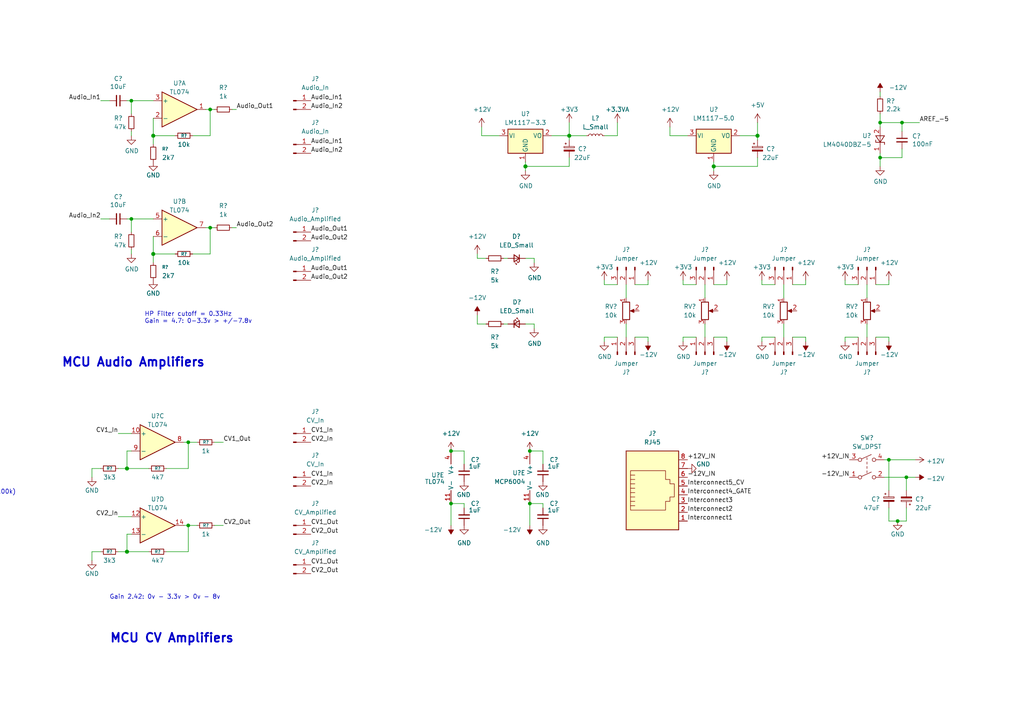
<source format=kicad_sch>
(kicad_sch (version 20211123) (generator eeschema)
  (paper "A4")
  (junction (at -60.96 170.18))
  (junction (at 153.67 130.81))
  (junction (at 130.81 130.81))
  (junction (at 152.4 48.26) (diameter 1.016))
  (junction (at 165.1 39.37) (diameter 1.016))
  (junction (at -60.96 118.11))
  (junction (at 255.27 45.72))
  (junction (at 54.61 152.4) (diameter 0.9144))
  (junction (at -43.18 130.81))
  (junction (at -43.18 87.63))
  (junction (at -43.18 76.2))
  (junction (at -60.96 34.29))
  (junction (at -44.45 34.29))
  (junction (at 44.45 73.66) (diameter 1.016))
  (junction (at 262.89 138.43))
  (junction (at 54.61 128.27) (diameter 0.9144))
  (junction (at -60.96 128.27))
  (junction (at 219.71 39.37) (diameter 1.016))
  (junction (at -43.18 118.11))
  (junction (at 257.81 133.35))
  (junction (at 255.27 35.56))
  (junction (at -60.96 160.02))
  (junction (at 60.96 66.04))
  (junction (at 38.1 63.5))
  (junction (at 38.1 29.21))
  (junction (at 260.35 151.13))
  (junction (at -43.18 160.02))
  (junction (at -43.18 172.72))
  (junction (at 36.83 160.02) (diameter 1.016))
  (junction (at 261.62 35.56))
  (junction (at 153.67 146.05))
  (junction (at -44.45 45.72))
  (junction (at 207.01 48.26) (diameter 1.016))
  (junction (at 130.81 146.05))
  (junction (at -59.69 85.09))
  (junction (at -59.69 76.2))
  (junction (at 60.96 31.75))
  (junction (at 36.83 135.89) (diameter 1.016))
  (junction (at -60.96 43.18))
  (junction (at 44.45 39.37) (diameter 1.016))
  (wire (pts (xy 255.27 26.67) (xy 255.27 27.94)))
  (wire (pts (xy -59.69 76.2) (xy -59.69 85.09)))
  (wire (pts (xy 219.71 39.37) (xy 219.71 35.56)))
  (wire (pts (xy 207.01 48.26) (xy 219.71 48.26)))
  (wire (pts (xy -60.96 48.26) (xy -63.5 48.26)))
  (wire (pts (xy 201.93 97.79) (xy 198.12 97.79)))
  (wire (pts (xy 134.62 146.05) (xy 134.62 147.32)))
  (wire (pts (xy -55.88 26.67) (xy -60.96 26.67)))
  (wire (pts (xy 245.11 82.55) (xy 248.92 82.55)))
  (wire (pts (xy 48.26 160.02) (xy 54.61 160.02)))
  (wire (pts (xy -59.69 90.17) (xy -62.23 90.17)))
  (wire (pts (xy 229.87 82.55) (xy 233.68 82.55)))
  (wire (pts (xy -60.96 170.18) (xy -59.69 170.18)))
  (wire (pts (xy -57.15 34.29) (xy -60.96 34.29)))
  (wire (pts (xy -39.37 87.63) (xy -43.18 87.63)))
  (wire (pts (xy 248.92 97.79) (xy 245.11 97.79)))
  (wire (pts (xy -63.5 34.29) (xy -60.96 34.29)))
  (wire (pts (xy 184.15 82.55) (xy 187.96 82.55)))
  (wire (pts (xy 254 82.55) (xy 257.81 82.55)))
  (wire (pts (xy 38.1 29.21) (xy 44.45 29.21)))
  (wire (pts (xy 257.81 133.35) (xy 256.54 133.35)))
  (wire (pts (xy -43.18 110.49) (xy -43.18 118.11)))
  (wire (pts (xy 62.23 128.27) (xy 64.77 128.27)))
  (wire (pts (xy 44.45 41.91) (xy 44.45 39.37)))
  (wire (pts (xy 152.4 93.98) (xy 154.94 93.98)))
  (wire (pts (xy -60.96 118.11) (xy -60.96 128.27)))
  (wire (pts (xy 257.81 99.06) (xy 257.81 97.79)))
  (wire (pts (xy 175.26 39.37) (xy 179.07 39.37)))
  (wire (pts (xy 187.96 97.79) (xy 184.15 97.79)))
  (wire (pts (xy -62.23 118.11) (xy -60.96 118.11)))
  (wire (pts (xy -59.69 68.58) (xy -59.69 76.2)))
  (wire (pts (xy -44.45 87.63) (xy -43.18 87.63)))
  (wire (pts (xy -49.53 68.58) (xy -43.18 68.58)))
  (wire (pts (xy 44.45 39.37) (xy 50.8 39.37)))
  (wire (pts (xy 36.83 130.81) (xy 38.1 130.81)))
  (wire (pts (xy 26.67 135.89) (xy 29.21 135.89)))
  (wire (pts (xy 54.61 152.4) (xy 57.15 152.4)))
  (wire (pts (xy 255.27 35.56) (xy 255.27 36.83)))
  (wire (pts (xy 160.02 39.37) (xy 165.1 39.37)))
  (wire (pts (xy 265.43 133.35) (xy 257.81 133.35)))
  (wire (pts (xy 219.71 39.37) (xy 219.71 40.64)))
  (wire (pts (xy 165.1 48.26) (xy 165.1 45.72)))
  (wire (pts (xy 165.1 39.37) (xy 165.1 35.56)))
  (wire (pts (xy 154.94 93.98) (xy 154.94 95.25)))
  (wire (pts (xy 251.46 97.79) (xy 251.46 93.98)))
  (wire (pts (xy 262.89 138.43) (xy 265.43 138.43)))
  (wire (pts (xy -55.88 160.02) (xy -60.96 160.02)))
  (wire (pts (xy -59.69 175.26) (xy -62.23 175.26)))
  (wire (pts (xy 139.7 36.83) (xy 139.7 39.37)))
  (wire (pts (xy 220.98 97.79) (xy 220.98 99.06)))
  (wire (pts (xy 257.81 97.79) (xy 254 97.79)))
  (wire (pts (xy -44.45 172.72) (xy -43.18 172.72)))
  (wire (pts (xy 257.81 147.32) (xy 257.81 151.13)))
  (wire (pts (xy 139.7 39.37) (xy 144.78 39.37)))
  (wire (pts (xy -43.18 118.11) (xy -43.18 130.81)))
  (wire (pts (xy 38.1 63.5) (xy 38.1 67.31)))
  (wire (pts (xy -63.5 43.18) (xy -60.96 43.18)))
  (wire (pts (xy 48.26 135.89) (xy 54.61 135.89)))
  (wire (pts (xy 210.82 82.55) (xy 210.82 81.28)))
  (wire (pts (xy 207.01 46.99) (xy 207.01 48.26)))
  (wire (pts (xy 181.61 97.79) (xy 181.61 93.98)))
  (wire (pts (xy 54.61 128.27) (xy 57.15 128.27)))
  (wire (pts (xy 53.34 152.4) (xy 54.61 152.4)))
  (wire (pts (xy -60.96 152.4) (xy -60.96 160.02)))
  (wire (pts (xy 261.62 43.18) (xy 261.62 45.72)))
  (wire (pts (xy 59.69 66.04) (xy 60.96 66.04)))
  (wire (pts (xy 157.48 130.81) (xy 157.48 134.62)))
  (wire (pts (xy -48.26 118.11) (xy -43.18 118.11)))
  (wire (pts (xy 261.62 35.56) (xy 261.62 38.1)))
  (wire (pts (xy 26.67 160.02) (xy 26.67 162.56)))
  (wire (pts (xy -62.23 175.26) (xy -62.23 177.8)))
  (wire (pts (xy -62.23 85.09) (xy -59.69 85.09)))
  (wire (pts (xy -60.96 160.02) (xy -60.96 170.18)))
  (wire (pts (xy 198.12 81.28) (xy 198.12 82.55)))
  (wire (pts (xy -55.88 118.11) (xy -60.96 118.11)))
  (wire (pts (xy 219.71 48.26) (xy 219.71 45.72)))
  (wire (pts (xy -62.23 133.35) (xy -62.23 135.89)))
  (wire (pts (xy 194.31 36.83) (xy 194.31 39.37)))
  (wire (pts (xy 207.01 48.26) (xy 207.01 49.53)))
  (wire (pts (xy -54.61 68.58) (xy -59.69 68.58)))
  (wire (pts (xy 179.07 39.37) (xy 179.07 35.56)))
  (wire (pts (xy 154.94 74.93) (xy 154.94 76.2)))
  (wire (pts (xy 44.45 68.58) (xy 44.45 73.66)))
  (wire (pts (xy 138.43 93.98) (xy 140.97 93.98)))
  (wire (pts (xy 67.31 66.04) (xy 68.58 66.04)))
  (wire (pts (xy 187.96 99.06) (xy 187.96 97.79)))
  (wire (pts (xy -50.8 26.67) (xy -44.45 26.67)))
  (wire (pts (xy 29.21 63.5) (xy 31.75 63.5)))
  (wire (pts (xy -48.26 160.02) (xy -43.18 160.02)))
  (wire (pts (xy 262.89 138.43) (xy 256.54 138.43)))
  (wire (pts (xy -72.39 128.27) (xy -69.85 128.27)))
  (wire (pts (xy 36.83 160.02) (xy 36.83 154.94)))
  (wire (pts (xy 36.83 135.89) (xy 36.83 130.81)))
  (wire (pts (xy -45.72 45.72) (xy -44.45 45.72)))
  (wire (pts (xy -63.5 48.26) (xy -63.5 50.8)))
  (wire (pts (xy 152.4 74.93) (xy 154.94 74.93)))
  (wire (pts (xy 255.27 44.45) (xy 255.27 45.72)))
  (wire (pts (xy -44.45 34.29) (xy -44.45 45.72)))
  (wire (pts (xy 53.34 128.27) (xy 54.61 128.27)))
  (wire (pts (xy 36.83 63.5) (xy 38.1 63.5)))
  (wire (pts (xy 157.48 146.05) (xy 153.67 146.05)))
  (wire (pts (xy -49.53 152.4) (xy -43.18 152.4)))
  (wire (pts (xy 60.96 66.04) (xy 62.23 66.04)))
  (wire (pts (xy 38.1 38.1) (xy 38.1 39.37)))
  (wire (pts (xy -71.12 76.2) (xy -69.85 76.2)))
  (wire (pts (xy -60.96 26.67) (xy -60.96 34.29)))
  (wire (pts (xy 255.27 45.72) (xy 261.62 45.72)))
  (wire (pts (xy 204.47 97.79) (xy 204.47 93.98)))
  (wire (pts (xy 152.4 48.26) (xy 152.4 49.53)))
  (wire (pts (xy 187.96 82.55) (xy 187.96 81.28)))
  (wire (pts (xy 233.68 97.79) (xy 229.87 97.79)))
  (wire (pts (xy -44.45 130.81) (xy -43.18 130.81)))
  (wire (pts (xy 260.35 151.13) (xy 257.81 151.13)))
  (wire (pts (xy -39.37 130.81) (xy -43.18 130.81)))
  (wire (pts (xy -43.18 152.4) (xy -43.18 160.02)))
  (wire (pts (xy -72.39 43.18) (xy -71.12 43.18)))
  (wire (pts (xy -48.26 76.2) (xy -43.18 76.2)))
  (wire (pts (xy -43.18 68.58) (xy -43.18 76.2)))
  (wire (pts (xy 60.96 39.37) (xy 60.96 31.75)))
  (wire (pts (xy 227.33 97.79) (xy 227.33 93.98)))
  (wire (pts (xy -54.61 152.4) (xy -60.96 152.4)))
  (wire (pts (xy 59.69 31.75) (xy 60.96 31.75)))
  (wire (pts (xy 38.1 29.21) (xy 38.1 33.02)))
  (wire (pts (xy 198.12 82.55) (xy 201.93 82.55)))
  (wire (pts (xy -71.12 85.09) (xy -69.85 85.09)))
  (wire (pts (xy -62.23 90.17) (xy -62.23 92.71)))
  (wire (pts (xy 255.27 45.72) (xy 255.27 48.26)))
  (wire (pts (xy 54.61 135.89) (xy 54.61 128.27)))
  (wire (pts (xy -59.69 133.35) (xy -62.23 133.35)))
  (wire (pts (xy 220.98 81.28) (xy 220.98 82.55)))
  (wire (pts (xy 34.29 125.73) (xy 38.1 125.73)))
  (wire (pts (xy 130.81 146.05) (xy 130.81 152.4)))
  (wire (pts (xy -72.39 170.18) (xy -69.85 170.18)))
  (wire (pts (xy 60.96 73.66) (xy 60.96 66.04)))
  (wire (pts (xy 255.27 33.02) (xy 255.27 35.56)))
  (wire (pts (xy 198.12 97.79) (xy 198.12 99.06)))
  (wire (pts (xy -62.23 160.02) (xy -60.96 160.02)))
  (wire (pts (xy 26.67 135.89) (xy 26.67 138.43)))
  (wire (pts (xy 245.11 81.28) (xy 245.11 82.55)))
  (wire (pts (xy 233.68 82.55) (xy 233.68 81.28)))
  (wire (pts (xy -40.64 45.72) (xy -44.45 45.72)))
  (wire (pts (xy 134.62 130.81) (xy 134.62 134.62)))
  (wire (pts (xy 224.79 97.79) (xy 220.98 97.79)))
  (wire (pts (xy 210.82 99.06) (xy 210.82 97.79)))
  (wire (pts (xy 257.81 82.55) (xy 257.81 81.28)))
  (wire (pts (xy 220.98 82.55) (xy 224.79 82.55)))
  (wire (pts (xy -60.96 110.49) (xy -60.96 118.11)))
  (wire (pts (xy 55.88 73.66) (xy 60.96 73.66)))
  (wire (pts (xy 44.45 73.66) (xy 50.8 73.66)))
  (wire (pts (xy 227.33 82.55) (xy 227.33 86.36)))
  (wire (pts (xy -43.18 76.2) (xy -43.18 87.63)))
  (wire (pts (xy -44.45 26.67) (xy -44.45 34.29)))
  (wire (pts (xy -62.23 128.27) (xy -60.96 128.27)))
  (wire (pts (xy 210.82 97.79) (xy 207.01 97.79)))
  (wire (pts (xy 60.96 31.75) (xy 62.23 31.75)))
  (wire (pts (xy 262.89 147.32) (xy 262.89 151.13)))
  (wire (pts (xy 36.83 29.21) (xy 38.1 29.21)))
  (wire (pts (xy 29.21 29.21) (xy 31.75 29.21)))
  (wire (pts (xy 261.62 35.56) (xy 255.27 35.56)))
  (wire (pts (xy 152.4 46.99) (xy 152.4 48.26)))
  (wire (pts (xy 38.1 63.5) (xy 44.45 63.5)))
  (wire (pts (xy 38.1 72.39) (xy 38.1 73.66)))
  (wire (pts (xy 36.83 160.02) (xy 43.18 160.02)))
  (wire (pts (xy 194.31 39.37) (xy 199.39 39.37)))
  (wire (pts (xy 34.29 135.89) (xy 36.83 135.89)))
  (wire (pts (xy 152.4 48.26) (xy 165.1 48.26)))
  (wire (pts (xy 146.05 93.98) (xy 147.32 93.98)))
  (wire (pts (xy 262.89 138.43) (xy 262.89 142.24)))
  (wire (pts (xy 179.07 97.79) (xy 175.26 97.79)))
  (wire (pts (xy -62.23 170.18) (xy -60.96 170.18)))
  (wire (pts (xy 34.29 160.02) (xy 36.83 160.02)))
  (wire (pts (xy 175.26 82.55) (xy 179.07 82.55)))
  (wire (pts (xy -72.39 34.29) (xy -71.12 34.29)))
  (wire (pts (xy 165.1 39.37) (xy 165.1 40.64)))
  (wire (pts (xy 251.46 82.55) (xy 251.46 86.36)))
  (wire (pts (xy 214.63 39.37) (xy 219.71 39.37)))
  (wire (pts (xy 54.61 160.02) (xy 54.61 152.4)))
  (wire (pts (xy 153.67 146.05) (xy 153.67 152.4)))
  (wire (pts (xy 138.43 74.93) (xy 140.97 74.93)))
  (wire (pts (xy 36.83 154.94) (xy 38.1 154.94)))
  (wire (pts (xy -62.23 76.2) (xy -59.69 76.2)))
  (wire (pts (xy 157.48 146.05) (xy 157.48 147.32)))
  (wire (pts (xy -60.96 128.27) (xy -59.69 128.27)))
  (wire (pts (xy 34.29 149.86) (xy 38.1 149.86)))
  (wire (pts (xy 62.23 152.4) (xy 64.77 152.4)))
  (wire (pts (xy -72.39 160.02) (xy -69.85 160.02)))
  (wire (pts (xy 181.61 82.55) (xy 181.61 86.36)))
  (wire (pts (xy -72.39 118.11) (xy -69.85 118.11)))
  (wire (pts (xy 44.45 34.29) (xy 44.45 39.37)))
  (wire (pts (xy 165.1 39.37) (xy 170.18 39.37)))
  (wire (pts (xy -49.53 34.29) (xy -44.45 34.29)))
  (wire (pts (xy 245.11 97.79) (xy 245.11 99.06)))
  (wire (pts (xy 26.67 160.02) (xy 29.21 160.02)))
  (wire (pts (xy 204.47 82.55) (xy 204.47 86.36)))
  (wire (pts (xy -54.61 110.49) (xy -60.96 110.49)))
  (wire (pts (xy -39.37 172.72) (xy -43.18 172.72)))
  (wire (pts (xy -60.96 34.29) (xy -60.96 43.18)))
  (wire (pts (xy 55.88 39.37) (xy 60.96 39.37)))
  (wire (pts (xy 153.67 130.81) (xy 157.48 130.81)))
  (wire (pts (xy -55.88 76.2) (xy -59.69 76.2)))
  (wire (pts (xy 134.62 146.05) (xy 130.81 146.05)))
  (wire (pts (xy 146.05 74.93) (xy 147.32 74.93)))
  (wire (pts (xy 266.7 35.56) (xy 261.62 35.56)))
  (wire (pts (xy 44.45 76.2) (xy 44.45 73.66)))
  (wire (pts (xy 138.43 73.66) (xy 138.43 74.93)))
  (wire (pts (xy 175.26 97.79) (xy 175.26 99.06)))
  (wire (pts (xy -49.53 110.49) (xy -43.18 110.49)))
  (wire (pts (xy -43.18 160.02) (xy -43.18 172.72)))
  (wire (pts (xy 130.81 130.81) (xy 134.62 130.81)))
  (wire (pts (xy 207.01 82.55) (xy 210.82 82.55)))
  (wire (pts (xy 67.31 31.75) (xy 68.58 31.75)))
  (wire (pts (xy 138.43 93.98) (xy 138.43 91.44)))
  (wire (pts (xy 257.81 133.35) (xy 257.81 142.24)))
  (wire (pts (xy 233.68 99.06) (xy 233.68 97.79)))
  (wire (pts (xy 175.26 81.28) (xy 175.26 82.55)))
  (wire (pts (xy 260.35 151.13) (xy 262.89 151.13)))
  (wire (pts (xy 36.83 135.89) (xy 43.18 135.89)))
  (text "MCU CV Amplifiers" (at 31.75 186.69 0) (effects (font (size 2.54 2.54) (thickness 0.508) bold) (justify left bottom)))
  (text "Gain 2.42: 0v - 3.3v > 0v - 8v" (at 31.75 173.99 0) (effects (font (size 1.27 1.27)) (justify left bottom)))
  (text "MCU Audio Amplifiers" (at 17.78 106.68 0) (effects (font (size 2.54 2.54) (thickness 0.508) bold) (justify left bottom)))
  (text "= 3.46 - A_{IN} * 0.47\n= 0 For A_{IN} = 7.36v; 3.3 for 0.34v" (at -36.83 148.59 0) (effects (font (size 1.27 1.27)) (justify left bottom)))
  (text "Full Scale: 7V" (at -38.1 119.38 0) (effects (font (size 1.27 1.27)) (justify left bottom)))
  (text "MCU Input Scaling" (at -83.82 195.58 0) (effects (font (size 2.54 2.54) (thickness 0.508) bold) (justify left bottom)))
  (text "Full Scale: 7V" (at -38.1 161.29 0) (effects (font (size 1.27 1.27)) (justify left bottom)))
  (text "= 1.7 - A_{IN} * 0.144\n= 0 For A_{IN} = 11.8v; 3.3 for -11.1v" (at -45.72 62.23 0) (effects (font (size 1.27 1.27)) (justify left bottom)))
  (text "HP Filter cutoff = 0.33Hz\nGain = 4.7: 0-3.3v > +/-7.8v" (at 41.91 93.98 0) (effects (font (size 1.27 1.27)) (justify left bottom)))
  (text "V_{out} = 5 * (6.8k / 20k) - A_{IN} * (6.8k / 47k)" (at -50.8 57.15 0) (effects (font (size 1.27 1.27)) (justify left bottom)))
  (text "V_{out} = 5 * (47k / 68k) - A_{IN} * (47k / 100k)" (at -40.64 143.51 0) (effects (font (size 1.27 1.27)) (justify left bottom)))
  (label "Audio_In1" (at -72.39 43.18 180))
  (label "-5V_REF" (at -72.39 34.29 180))
  (label "CV1_In" (at 34.29 125.73 180))
  (label "Audio_In1" (at 90.17 41.91 0))
  (label "Audio_Out2" (at 90.17 81.28 0))
  (label "Audio_Scaled2" (at -39.37 87.63 0))
  (label "CV2_In" (at 90.17 128.27 0))
  (label "+12V_IN" (at 199.39 133.35 0))
  (label "Interconnect2" (at 199.39 148.59 0))
  (label "Audio_Out1" (at 90.17 78.74 0))
  (label "-5V_REF" (at -71.12 76.2 180))
  (label "+12V_IN" (at 246.38 133.35 180))
  (label "Audio_In2" (at 90.17 44.45 0))
  (label "CV1_Out" (at 90.17 163.83 0))
  (label "CV1_Out" (at 90.17 152.4 0))
  (label "-5V_REF" (at -72.39 160.02 180))
  (label "-5V_REF" (at -72.39 118.11 180))
  (label "CV2_Out" (at 64.77 152.4 0))
  (label "Audio_In2" (at 29.21 63.5 180))
  (label "CV1_Out" (at 64.77 128.27 0))
  (label "CD_Scaled2" (at -39.37 172.72 0))
  (label "CV2_In" (at 34.29 149.86 180))
  (label "Audio_Out2" (at 68.58 66.04 0))
  (label "Interconnect4_GATE" (at 199.39 143.51 0))
  (label "Audio_In1" (at 29.21 29.21 180))
  (label "Interconnect1" (at 199.39 151.13 0))
  (label "Audio_Out1" (at 68.58 31.75 0))
  (label "Interconnect5_CV" (at 199.39 140.97 0))
  (label "CV_Scaled1" (at -39.37 130.81 0))
  (label "CV_In2" (at -72.39 170.18 180))
  (label "CV1_In" (at 90.17 125.73 0))
  (label "Audio_In2" (at -71.12 85.09 180))
  (label "Audio_Out1" (at 90.17 67.31 0))
  (label "AREF_-5" (at 266.7 35.56 0))
  (label "CV2_In" (at 90.17 140.97 0))
  (label "CV_In1" (at -72.39 128.27 180))
  (label "Audio_Out2" (at 90.17 69.85 0))
  (label "CV1_In" (at 90.17 138.43 0))
  (label "Interconnect3" (at 199.39 146.05 0))
  (label "-12V_IN" (at 246.38 138.43 180))
  (label "CV2_Out" (at 90.17 166.37 0))
  (label "Audio_In1" (at 90.17 29.21 0))
  (label "-12V_IN" (at 199.39 138.43 0))
  (label "Audio_In2" (at 90.17 31.75 0))
  (label "CV2_Out" (at 90.17 154.94 0))
  (label "Audio_Scaled1" (at -40.64 45.72 0))
  (symbol (lib_id "Device:R") (at -66.04 170.18 270) (unit 1)
    (property "Reference" "R?" (at -66.04 167.64 90))
    (property "Value" "100k" (at -66.04 170.18 90))
    (property "Footprint" "Resistors_SMD:R_0603_HandSoldering" (effects hide))
    (property "Part_Number" "C25803" (effects hide))
  )
  (symbol (lib_id "Device:C_Small") (at 261.62 40.64 0) (unit 1)
    (property "Reference" "C?" (at 264.541 39.4716 0) (effects (justify left)))
    (property "Value" "100nF" (at 264.541 41.783 0) (effects (justify left)))
    (property "Footprint" "Capacitor_SMD:C_0603_1608Metric" (effects hide))
  )
  (symbol (lib_id "Device:R_Small") (at 44.45 78.74 0) (unit 1)
    (property "Reference" "R?" (at 46.99 77.47 0) (effects (font (size 0.9 0.9)) (justify left)))
    (property "Value" "2k7" (at 46.99 80.0099 0) (effects (justify left)))
    (property "Footprint" "Resistor_SMD:R_0603_1608Metric_Pad0.98x0.95mm_HandSolder" (effects hide))
    (property "Part_Number" "C22978" (effects hide))
  )
  (symbol (lib_id "power:-12V") (at 187.96 99.06 180) (unit 1)
    (property "Reference" "#PWR?" (effects hide))
    (property "Value" "-12V" (at 185.42 102.87 0) (effects (justify right)))
  )
  (symbol (lib_id "power:GND") (at 134.62 139.7 0) (unit 1)
    (property "Reference" "#PWR?" (effects hide))
    (property "Value" "GND" (at 136.525 143.51 0) (effects (justify right)))
  )
  (symbol (lib_id "power:GND") (at 255.27 48.26 0) (unit 1)
    (property "Reference" "#PWR?" (effects hide))
    (property "Value" "GND" (at 255.397 52.6542 0))
  )
  (symbol (lib_id "Connector:Conn_01x03_Male") (at 251.46 77.47 270) (unit 1)
    (property "Reference" "J?" (at 251.46 72.39 90))
    (property "Value" "Jumper" (at 251.46 74.93 90))
    (property "Footprint" "Connector_PinHeader_2.54mm:PinHeader_1x03_P2.54mm_Vertical" (effects hide))
  )
  (symbol (lib_id "power:+3.3V") (at 165.1 35.56 0) (unit 1)
    (property "Reference" "#PWR?" (effects hide))
    (property "Value" "+3.3V" (at 165.1 31.75 0))
  )
  (symbol (lib_id "power:GND") (at -62.23 177.8 0) (unit 1)
    (property "Reference" "#PWR?" (effects hide))
    (property "Value" "GND" (at -62.23 181.61 0))
  )
  (symbol (lib_id "Device:R") (at -66.04 85.09 270) (unit 1)
    (property "Reference" "R?" (at -66.04 82.55 90))
    (property "Value" "47k" (at -66.04 85.09 90))
    (property "Footprint" "Resistors_SMD:R_0603_HandSoldering" (effects hide))
    (property "Part_Number" "C25819" (effects hide))
  )
  (symbol (lib_id "power:GND") (at 260.35 151.13 0) (unit 1)
    (property "Reference" "#PWR?" (effects hide))
    (property "Value" "GND" (at 260.35 154.94 0))
  )
  (symbol (lib_id "Connector:Conn_01x03_Male") (at 227.33 102.87 90) (unit 1)
    (property "Reference" "J?" (at 227.33 107.95 90))
    (property "Value" "Jumper" (at 227.33 105.41 90))
    (property "Footprint" "Connector_PinHeader_2.54mm:PinHeader_1x03_P2.54mm_Vertical" (effects hide))
  )
  (symbol (lib_id "Amplifier_Operational:MCP6004") (at -52.07 172.72 0) (mirror x) (unit 4)
    (property "Reference" "U?" (at -52.07 167.64 0))
    (property "Value" "MCP6004" (at -49.53 177.8 0))
    (property "Footprint" "SMD_Packages:SOIC-14_N" (effects hide))
    (property "Datasheet" "http://ww1.microchip.com/downloads/en/DeviceDoc/21733j.pdf" (effects hide))
    (property "Part_Number" "C116668" (effects hide))
  )
  (symbol (lib_id "Device:C_Small") (at 34.29 29.21 270) (unit 1)
    (property "Reference" "C?" (at 34.29 22.8092 90))
    (property "Value" "10uF" (at 34.29 25.1206 90))
    (property "Footprint" "Capacitor_SMD:C_0603_1608Metric" (effects hide))
  )
  (symbol (lib_id "Device:R") (at -66.04 118.11 270) (unit 1)
    (property "Reference" "R?" (at -66.04 115.57 90))
    (property "Value" "68k" (at -66.04 118.11 90))
    (property "Footprint" "Resistors_SMD:R_0603_HandSoldering" (effects hide))
    (property "Part_Number" "C23231" (effects hide))
  )
  (symbol (lib_id "Connector:Conn_01x02_Male") (at 85.09 41.91 0) (unit 1)
    (property "Reference" "J?" (at 91.44 35.56 0))
    (property "Value" "Audio_In" (at 91.44 38.1 0))
    (property "Footprint" "Connector_PinHeader_2.54mm:PinHeader_1x02_P2.54mm_Vertical" (effects hide))
  )
  (symbol (lib_id "Amplifier_Operational:TL074") (at 133.35 138.43 0) (unit 5)
    (property "Reference" "U?" (at 125.095 137.795 0) (effects (justify left)))
    (property "Value" "TL074" (at 123.19 139.7 0) (effects (justify left)))
    (property "Footprint" "Package_SO:SOIC-14_3.9x8.7mm_P1.27mm" (effects hide))
    (property "Datasheet" "http://www.ti.com/lit/ds/symlink/tl071.pdf" (effects hide))
  )
  (symbol (lib_id "power:-12V") (at 130.81 152.4 180) (unit 1)
    (property "Reference" "#PWR?" (effects hide))
    (property "Value" "-12V" (at 128.27 153.6699 0) (effects (justify left)))
  )
  (symbol (lib_id "power:GND") (at 38.1 73.66 0) (unit 1)
    (property "Reference" "#PWR?" (effects hide))
    (property "Value" "GND" (at 38.227 78.0542 0))
  )
  (symbol (lib_id "Device:C_Small") (at -52.07 68.58 270) (unit 1)
    (property "Reference" "C?" (at -52.07 62.7634 90))
    (property "Value" "1nF" (at -52.07 65.0748 90))
    (property "Footprint" "Capacitors_SMD:C_0603_HandSoldering" (effects hide))
    (property "Part_Number" "C1595" (effects hide))
  )
  (symbol (lib_id "Amplifier_Operational:TL074") (at 52.07 66.04 0) (unit 2)
    (property "Reference" "U?" (at 52.07 58.42 0))
    (property "Value" "TL074" (at 52.07 60.96 0))
    (property "Footprint" "Package_SO:SOIC-14_3.9x8.7mm_P1.27mm" (effects hide))
    (property "Datasheet" "http://www.ti.com/lit/ds/symlink/tl071.pdf" (effects hide))
  )
  (symbol (lib_id "Device:R") (at -67.31 34.29 270) (unit 1)
    (property "Reference" "R?" (at -67.31 31.75 90))
    (property "Value" "20k" (at -67.31 34.29 90))
    (property "Footprint" "Resistors_SMD:R_0603_HandSoldering" (effects hide))
    (property "Part_Number" "C4184 " (effects hide))
  )
  (symbol (lib_id "Connector:Conn_01x02_Male") (at 85.09 67.31 0) (unit 1)
    (property "Reference" "J?" (at 91.44 60.96 0))
    (property "Value" "Audio_Amplified" (at 91.44 63.5 0))
    (property "Footprint" "Connector_PinHeader_2.54mm:PinHeader_1x02_P2.54mm_Vertical" (effects hide))
  )
  (symbol (lib_id "Connector:Conn_01x03_Male") (at 251.46 102.87 90) (unit 1)
    (property "Reference" "J?" (at 251.46 107.95 90))
    (property "Value" "Jumper" (at 251.46 105.41 90))
    (property "Footprint" "Connector_PinHeader_2.54mm:PinHeader_1x03_P2.54mm_Vertical" (effects hide))
  )
  (symbol (lib_id "Device:R_Small") (at 31.75 135.89 270) (unit 1)
    (property "Reference" "R?" (at 31.75 135.89 90) (effects (font (size 0.9 0.9))))
    (property "Value" "3k3" (at 31.75 138.43 90))
    (property "Footprint" "Resistor_SMD:R_0603_1608Metric_Pad0.98x0.95mm_HandSolder" (effects hide))
    (property "Part_Number" "C22978" (effects hide))
  )
  (symbol (lib_id "Device:R_Small") (at 255.27 30.48 0) (unit 1)
    (property "Reference" "R?" (at 257.048 29.3116 0) (effects (justify left)))
    (property "Value" "2.2k" (at 257.048 31.623 0) (effects (justify left)))
    (property "Footprint" "Resistor_SMD:R_0603_1608Metric" (effects hide))
  )
  (symbol (lib_id "power:-12V") (at 153.67 152.4 180) (unit 1)
    (property "Reference" "#PWR?" (effects hide))
    (property "Value" "-12V" (at 151.13 153.6699 0) (effects (justify left)))
  )
  (symbol (lib_id "Device:R") (at -52.07 160.02 270) (unit 1)
    (property "Reference" "R?" (at -52.07 157.48 90))
    (property "Value" "47k" (at -52.07 160.02 90))
    (property "Footprint" "Resistors_SMD:R_0603_HandSoldering" (effects hide))
    (property "Part_Number" "C25819" (effects hide))
  )
  (symbol (lib_id "power:+5V") (at 219.71 35.56 0) (unit 1)
    (property "Reference" "#PWR?" (effects hide))
    (property "Value" "+5V" (at 219.71 30.48 0))
  )
  (symbol (lib_id "Encoder:CP_Small") (at 262.89 144.78 180) (unit 1)
    (property "Reference" "C?" (at 265.43 144.78 0) (effects (justify right)))
    (property "Value" "22uF" (at 265.43 147.32 0) (effects (justify right)))
    (property "Footprint" "Capacitor_SMD:CP_Elec_4x5.8" (effects hide))
  )
  (symbol (lib_id "power:GND") (at 207.01 49.53 0) (unit 1)
    (property "Reference" "#PWR?" (effects hide))
    (property "Value" "GND" (at 207.137 53.9242 0))
  )
  (symbol (lib_id "Device:R_Small") (at 45.72 160.02 270) (mirror x) (unit 1)
    (property "Reference" "R?" (at 45.72 160.02 90) (effects (font (size 0.9 0.9))))
    (property "Value" "4k7" (at 45.72 162.56 90))
    (property "Footprint" "Resistor_SMD:R_0603_1608Metric_Pad0.98x0.95mm_HandSolder" (effects hide))
    (property "Part_Number" "C23162" (effects hide))
  )
  (symbol (lib_id "Amplifier_Operational:TL074") (at 45.72 152.4 0) (unit 4)
    (property "Reference" "U?" (at 45.72 144.78 0))
    (property "Value" "TL074" (at 45.72 147.32 0))
    (property "Footprint" "Package_SO:SOIC-14_3.9x8.7mm_P1.27mm" (effects hide))
    (property "Datasheet" "http://www.ti.com/lit/ds/symlink/tl071.pdf" (effects hide))
  )
  (symbol (lib_id "Connector:Conn_01x03_Male") (at 181.61 77.47 270) (unit 1)
    (property "Reference" "J?" (at 181.61 72.39 90))
    (property "Value" "Jumper" (at 181.61 74.93 90))
    (property "Footprint" "Connector_PinHeader_2.54mm:PinHeader_1x03_P2.54mm_Vertical" (effects hide))
  )
  (symbol (lib_id "power:+12V") (at 233.68 81.28 0) (unit 1)
    (property "Reference" "#PWR?" (effects hide))
    (property "Value" "+12V" (at 231.14 76.2 0) (effects (justify left)))
  )
  (symbol (lib_id "Device:R_Small") (at 53.34 39.37 270) (mirror x) (unit 1)
    (property "Reference" "R?" (at 53.34 39.37 90) (effects (font (size 0.9 0.9))))
    (property "Value" "10k" (at 53.34 41.91 90))
    (property "Footprint" "Resistor_SMD:R_0603_1608Metric_Pad0.98x0.95mm_HandSolder" (effects hide))
    (property "Part_Number" "C23162" (effects hide))
  )
  (symbol (lib_id "power:GND") (at 152.4 49.53 0) (unit 1)
    (property "Reference" "#PWR?" (effects hide))
    (property "Value" "GND" (at 152.527 53.9242 0))
  )
  (symbol (lib_id "Device:R") (at -66.04 128.27 270) (unit 1)
    (property "Reference" "R?" (at -66.04 125.73 90))
    (property "Value" "100k" (at -66.04 128.27 90))
    (property "Footprint" "Resistors_SMD:R_0603_HandSoldering" (effects hide))
    (property "Part_Number" "C25803" (effects hide))
  )
  (symbol (lib_id "Device:R_Small") (at 64.77 66.04 90) (mirror x) (unit 1)
    (property "Reference" "R?" (at 64.77 59.69 90))
    (property "Value" "1k" (at 64.77 62.23 90))
    (property "Footprint" "Resistor_SMD:R_0603_1608Metric" (effects hide))
  )
  (symbol (lib_id "Connector:Conn_01x02_Male") (at 85.09 29.21 0) (unit 1)
    (property "Reference" "J?" (at 91.44 22.86 0))
    (property "Value" "Audio_In" (at 91.44 25.4 0))
    (property "Footprint" "Connector_PinHeader_2.54mm:PinHeader_1x02_P2.54mm_Vertical" (effects hide))
  )
  (symbol (lib_id "Device:R") (at -67.31 43.18 270) (unit 1)
    (property "Reference" "R?" (at -67.31 40.64 90))
    (property "Value" "47k" (at -67.31 43.18 90))
    (property "Footprint" "Resistors_SMD:R_0603_HandSoldering" (effects hide))
    (property "Part_Number" "C25819" (effects hide))
  )
  (symbol (lib_id "power:-12V") (at 257.81 99.06 180) (unit 1)
    (property "Reference" "#PWR?" (effects hide))
    (property "Value" "-12V" (at 255.27 102.87 0) (effects (justify right)))
  )
  (symbol (lib_id "power:GND") (at 44.45 81.28 0) (unit 1)
    (property "Reference" "#PWR?" (effects hide))
    (property "Value" "GND" (at 44.45 85.09 0))
  )
  (symbol (lib_id "power:GND") (at 154.94 95.25 0) (unit 1)
    (property "Reference" "#PWR?" (effects hide))
    (property "Value" "GND" (at 155.067 99.6442 0))
  )
  (symbol (lib_id "Encoder:CP_Small") (at 219.71 43.18 0) (unit 1)
    (property "Reference" "C?" (at 223.52 43.18 0))
    (property "Value" "22uF" (at 223.52 45.72 0))
    (property "Footprint" "Capacitor_SMD:CP_Elec_4x5.8" (effects hide))
  )
  (symbol (lib_id "Device:C_Small") (at 134.62 137.16 180) (unit 1)
    (property "Reference" "C?" (at 136.525 133.35 0) (effects (justify right)))
    (property "Value" "1uF" (at 135.89 135.255 0) (effects (justify right)))
    (property "Footprint" "Capacitor_SMD:C_0603_1608Metric" (effects hide))
  )
  (symbol (lib_id "Connector:Conn_01x02_Male") (at 85.09 125.73 0) (unit 1)
    (property "Reference" "J?" (at 91.44 119.38 0))
    (property "Value" "CV_In" (at 91.44 121.92 0))
    (property "Footprint" "Connector_PinHeader_2.54mm:PinHeader_1x02_P2.54mm_Vertical" (effects hide))
  )
  (symbol (lib_id "Regulator_Linear:LM1117-5.0") (at 207.01 39.37 0) (unit 1)
    (property "Reference" "U?" (at 207.01 31.75 0))
    (property "Value" "LM1117-5.0" (at 207.01 34.29 0))
    (property "Footprint" "Package_TO_SOT_SMD:SOT-223-3_TabPin2" (effects hide))
    (property "Datasheet" "http://www.ti.com/lit/ds/symlink/lm1117.pdf" (effects hide))
  )
  (symbol (lib_id "Device:R_Small") (at 53.34 73.66 270) (mirror x) (unit 1)
    (property "Reference" "R?" (at 53.34 73.66 90) (effects (font (size 0.9 0.9))))
    (property "Value" "10k" (at 53.34 76.2 90))
    (property "Footprint" "Resistor_SMD:R_0603_1608Metric_Pad0.98x0.95mm_HandSolder" (effects hide))
    (property "Part_Number" "C23162" (effects hide))
  )
  (symbol (lib_id "Device:R_Small") (at 38.1 69.85 0) (unit 1)
    (property "Reference" "R?" (at 33.02 68.58 0) (effects (justify left)))
    (property "Value" "47k" (at 33.02 71.12 0) (effects (justify left)))
    (property "Footprint" "Resistor_SMD:R_0603_1608Metric" (effects hide))
  )
  (symbol (lib_id "power:+3.3V") (at 220.98 81.28 0) (unit 1)
    (property "Reference" "#PWR?" (effects hide))
    (property "Value" "+3.3V" (at 220.98 77.47 0))
  )
  (symbol (lib_id "Connector:Conn_01x03_Male") (at 204.47 77.47 270) (unit 1)
    (property "Reference" "J?" (at 204.47 72.39 90))
    (property "Value" "Jumper" (at 204.47 74.93 90))
    (property "Footprint" "Connector_PinHeader_2.54mm:PinHeader_1x03_P2.54mm_Vertical" (effects hide))
  )
  (symbol (lib_id "power:+12V") (at 187.96 81.28 0) (unit 1)
    (property "Reference" "#PWR?" (effects hide))
    (property "Value" "+12V" (at 185.42 76.2 0) (effects (justify left)))
  )
  (symbol (lib_id "Device:C_Small") (at 157.48 149.86 180) (unit 1)
    (property "Reference" "C?" (at 159.385 146.05 0) (effects (justify right)))
    (property "Value" "1uF" (at 158.75 147.955 0) (effects (justify right)))
    (property "Footprint" "Capacitor_SMD:C_0603_1608Metric" (effects hide))
  )
  (symbol (lib_id "Device:L_Small") (at 172.72 39.37 90) (unit 1)
    (property "Reference" "L?" (at 172.72 34.29 90))
    (property "Value" "L_Small" (at 172.72 36.83 90))
    (property "Footprint" "Inductor_SMD:L_0805_2012Metric_Pad1.05x1.20mm_HandSolder" (effects hide))
    (property "Part_Number" "C1046" (effects hide))
  )
  (symbol (lib_id "Device:R_Potentiometer") (at 251.46 90.17 0) (unit 1)
    (property "Reference" "RV?" (at 248.92 88.8999 0) (effects (justify right)))
    (property "Value" "10k" (at 248.92 91.4399 0) (effects (justify right)))
    (property "Footprint" "Custom_Footprints:Alpha_9mm_Potentiometer_Aligned" (effects hide))
  )
  (symbol (lib_id "Device:R_Small") (at 59.69 152.4 90) (unit 1)
    (property "Reference" "R?" (at 59.69 152.4 90) (effects (font (size 0.9 0.9))))
    (property "Value" "1k" (at 59.69 154.94 90))
    (property "Footprint" "Resistor_SMD:R_0603_1608Metric_Pad0.98x0.95mm_HandSolder" (effects hide))
    (property "Part_Number" "C21190" (effects hide))
  )
  (symbol (lib_id "power:+12V") (at 257.81 81.28 0) (unit 1)
    (property "Reference" "#PWR?" (effects hide))
    (property "Value" "+12V" (at 255.27 76.2 0) (effects (justify left)))
  )
  (symbol (lib_id "Device:C_Small") (at -52.07 110.49 270) (unit 1)
    (property "Reference" "C?" (at -52.07 104.6734 90))
    (property "Value" "1nF" (at -52.07 106.9848 90))
    (property "Footprint" "Capacitors_SMD:C_0603_HandSoldering" (effects hide))
    (property "Part_Number" "C1595" (effects hide))
  )
  (symbol (lib_id "Device:C_Small") (at -53.34 26.67 270) (unit 1)
    (property "Reference" "C?" (at -53.34 20.8534 90))
    (property "Value" "1nF" (at -53.34 23.1648 90))
    (property "Footprint" "Capacitors_SMD:C_0603_HandSoldering" (effects hide))
    (property "Part_Number" "C1595" (effects hide))
  )
  (symbol (lib_id "Device:R_Small") (at 44.45 44.45 0) (unit 1)
    (property "Reference" "R?" (at 46.99 43.18 0) (effects (font (size 0.9 0.9)) (justify left)))
    (property "Value" "2k7" (at 46.99 45.7199 0) (effects (justify left)))
    (property "Footprint" "Resistor_SMD:R_0603_1608Metric_Pad0.98x0.95mm_HandSolder" (effects hide))
    (property "Part_Number" "C22978" (effects hide))
  )
  (symbol (lib_id "Device:LED_Small") (at 149.86 93.98 0) (unit 1)
    (property "Reference" "D?" (at 149.9235 87.63 0))
    (property "Value" "LED_Small" (at 149.9235 90.17 0))
  )
  (symbol (lib_id "Amplifier_Operational:MCP6004") (at -52.07 87.63 0) (mirror x) (unit 1)
    (property "Reference" "U?" (at -52.07 82.55 0))
    (property "Value" "MCP6004" (at -50.8 92.71 0))
    (property "Footprint" "SMD_Packages:SOIC-14_N" (effects hide))
    (property "Datasheet" "http://ww1.microchip.com/downloads/en/DeviceDoc/21733j.pdf" (effects hide))
    (property "Part_Number" "C116668" (effects hide))
  )
  (symbol (lib_id "Device:R_Small") (at 45.72 135.89 270) (mirror x) (unit 1)
    (property "Reference" "R?" (at 45.72 135.89 90) (effects (font (size 0.9 0.9))))
    (property "Value" "4k7" (at 45.72 138.43 90))
    (property "Footprint" "Resistor_SMD:R_0603_1608Metric_Pad0.98x0.95mm_HandSolder" (effects hide))
    (property "Part_Number" "C23162" (effects hide))
  )
  (symbol (lib_id "Connector:Conn_01x02_Male") (at 85.09 163.83 0) (unit 1)
    (property "Reference" "J?" (at 91.44 157.48 0))
    (property "Value" "CV_Amplified" (at 91.44 160.02 0))
    (property "Footprint" "Connector_PinHeader_2.54mm:PinHeader_1x02_P2.54mm_Vertical" (effects hide))
  )
  (symbol (lib_id "Device:R_Potentiometer") (at 181.61 90.17 0) (unit 1)
    (property "Reference" "RV?" (at 179.07 88.8999 0) (effects (justify right)))
    (property "Value" "10k" (at 179.07 91.4399 0) (effects (justify right)))
    (property "Footprint" "Custom_Footprints:Alpha_9mm_Potentiometer_Aligned" (effects hide))
  )
  (symbol (lib_id "power:+3.3VA") (at 179.07 35.56 0) (unit 1)
    (property "Reference" "#PWR?" (effects hide))
    (property "Value" "+3.3VA" (at 179.07 31.75 0))
  )
  (symbol (lib_id "Device:C_Small") (at 134.62 149.86 180) (unit 1)
    (property "Reference" "C?" (at 136.525 146.05 0) (effects (justify right)))
    (property "Value" "1uF" (at 135.89 147.955 0) (effects (justify right)))
    (property "Footprint" "Capacitor_SMD:C_0603_1608Metric" (effects hide))
  )
  (symbol (lib_id "Device:R_Small") (at 38.1 35.56 0) (unit 1)
    (property "Reference" "R?" (at 33.02 34.29 0) (effects (justify left)))
    (property "Value" "47k" (at 33.02 36.83 0) (effects (justify left)))
    (property "Footprint" "Resistor_SMD:R_0603_1608Metric" (effects hide))
  )
  (symbol (lib_id "power:GND") (at 199.39 135.89 90) (unit 1)
    (property "Reference" "#PWR?" (effects hide))
    (property "Value" "GND" (at 201.93 134.62 90) (effects (justify right)))
  )
  (symbol (lib_id "power:-12V") (at 265.43 138.43 270) (unit 1)
    (property "Reference" "#PWR?" (effects hide))
    (property "Value" "-12V" (at 268.6812 138.811 90) (effects (justify left)))
  )
  (symbol (lib_id "Device:C_Small") (at 34.29 63.5 270) (unit 1)
    (property "Reference" "C?" (at 34.29 57.0992 90))
    (property "Value" "10uF" (at 34.29 59.4106 90))
    (property "Footprint" "Capacitor_SMD:C_0603_1608Metric" (effects hide))
  )
  (symbol (lib_id "Reference_Voltage:LM4040DBZ-5") (at 255.27 40.64 270) (unit 1)
    (property "Reference" "U?" (at 252.73 39.3699 90) (effects (justify right)))
    (property "Value" "LM4040DBZ-5" (at 252.73 41.9099 90) (effects (justify right)))
    (property "Footprint" "Package_TO_SOT_SMD:SOT-23" (effects hide))
    (property "Datasheet" "http://www.ti.com/lit/ds/symlink/lm4040-n.pdf" (effects hide))
  )
  (symbol (lib_id "Encoder:CP_Small") (at 257.81 144.78 0) (unit 1)
    (property "Reference" "C?" (at 255.27 144.78 0) (effects (justify right)))
    (property "Value" "47uF" (at 255.27 147.32 0) (effects (justify right)))
    (property "Footprint" "Capacitor_SMD:CP_Elec_4x5.8" (effects hide))
  )
  (symbol (lib_id "Device:R_Small") (at 143.51 74.93 90) (mirror x) (unit 1)
    (property "Reference" "R?" (at 143.51 78.74 90))
    (property "Value" "5k" (at 143.51 81.28 90))
    (property "Footprint" "Resistor_SMD:R_0603_1608Metric" (effects hide))
  )
  (symbol (lib_id "Amplifier_Operational:MCP6004") (at 151.13 138.43 0) (mirror y) (unit 5)
    (property "Reference" "U?" (at 152.4 137.1599 0) (effects (justify left)))
    (property "Value" "MCP6004" (at 152.4 139.6999 0) (effects (justify left)))
    (property "Footprint" "SMD_Packages:SOIC-14_N" (effects hide))
    (property "Datasheet" "http://ww1.microchip.com/downloads/en/DeviceDoc/21733j.pdf" (effects hide))
    (property "Part_Number" "C116668" (effects hide))
  )
  (symbol (lib_id "Device:R") (at -66.04 76.2 270) (unit 1)
    (property "Reference" "R?" (at -66.04 73.66 90))
    (property "Value" "20k" (at -66.04 76.2 90))
    (property "Footprint" "Resistors_SMD:R_0603_HandSoldering" (effects hide))
    (property "Part_Number" "C4184 " (effects hide))
  )
  (symbol (lib_id "Device:LED_Small") (at 149.86 74.93 180) (unit 1)
    (property "Reference" "D?" (at 149.7965 68.58 0))
    (property "Value" "LED_Small" (at 149.7965 71.12 0))
  )
  (symbol (lib_id "power:+12V") (at 265.43 133.35 270) (unit 1)
    (property "Reference" "#PWR?" (effects hide))
    (property "Value" "+12V" (at 268.6812 133.731 90) (effects (justify left)))
  )
  (symbol (lib_id "power:GND") (at 134.62 152.4 0) (unit 1)
    (property "Reference" "#PWR?" (effects hide))
    (property "Value" "GND" (at 134.62 157.48 0))
  )
  (symbol (lib_id "Switch:SW_DPST") (at 251.46 135.89 0) (unit 1)
    (property "Reference" "SW?" (at 251.46 127 0))
    (property "Value" "SW_DPST" (at 251.46 129.54 0))
  )
  (symbol (lib_id "power:+12V") (at 130.81 130.81 0) (unit 1)
    (property "Reference" "#PWR?" (effects hide))
    (property "Value" "+12V" (at 130.81 125.73 0))
  )
  (symbol (lib_id "power:GND") (at 38.1 39.37 0) (unit 1)
    (property "Reference" "#PWR?" (effects hide))
    (property "Value" "GND" (at 38.227 43.7642 0))
  )
  (symbol (lib_id "power:GND") (at 157.48 139.7 0) (unit 1)
    (property "Reference" "#PWR?" (effects hide))
    (property "Value" "GND" (at 159.385 143.51 0) (effects (justify right)))
  )
  (symbol (lib_id "Amplifier_Operational:MCP6004") (at -52.07 130.81 0) (mirror x) (unit 3)
    (property "Reference" "U?" (at -52.07 125.73 0))
    (property "Value" "MCP6004" (at -48.26 135.89 0))
    (property "Footprint" "SMD_Packages:SOIC-14_N" (effects hide))
    (property "Datasheet" "http://ww1.microchip.com/downloads/en/DeviceDoc/21733j.pdf" (effects hide))
    (property "Part_Number" "C116668" (effects hide))
  )
  (symbol (lib_id "power:-12V") (at 255.27 26.67 0) (unit 1)
    (property "Reference" "#PWR?" (effects hide))
    (property "Value" "-12V" (at 257.81 25.3999 0) (effects (justify left)))
  )
  (symbol (lib_id "Connector:Conn_01x02_Male") (at 85.09 78.74 0) (unit 1)
    (property "Reference" "J?" (at 91.44 72.39 0))
    (property "Value" "Audio_Amplified" (at 91.44 74.93 0))
    (property "Footprint" "Connector_PinHeader_2.54mm:PinHeader_1x02_P2.54mm_Vertical" (effects hide))
  )
  (symbol (lib_id "power:GND") (at 157.48 152.4 0) (unit 1)
    (property "Reference" "#PWR?" (effects hide))
    (property "Value" "GND" (at 157.48 157.48 0))
  )
  (symbol (lib_id "Device:R_Potentiometer") (at 204.47 90.17 0) (unit 1)
    (property "Reference" "RV?" (at 201.93 88.8999 0) (effects (justify right)))
    (property "Value" "10k" (at 201.93 91.4399 0) (effects (justify right)))
    (property "Footprint" "Custom_Footprints:Alpha_9mm_Potentiometer_Aligned" (effects hide))
  )
  (symbol (lib_id "Encoder:CP_Small") (at 165.1 43.18 0) (unit 1)
    (property "Reference" "C?" (at 168.91 43.18 0))
    (property "Value" "22uF" (at 168.91 45.72 0))
    (property "Footprint" "Capacitor_SMD:CP_Elec_4x5.8" (effects hide))
  )
  (symbol (lib_id "Device:R_Small") (at 31.75 160.02 270) (unit 1)
    (property "Reference" "R?" (at 31.75 160.02 90) (effects (font (size 0.9 0.9))))
    (property "Value" "3k3" (at 31.75 162.56 90))
    (property "Footprint" "Resistor_SMD:R_0603_1608Metric_Pad0.98x0.95mm_HandSolder" (effects hide))
    (property "Part_Number" "C22978" (effects hide))
  )
  (symbol (lib_id "power:+12V") (at 138.43 73.66 0) (unit 1)
    (property "Reference" "#PWR?" (effects hide))
    (property "Value" "+12V" (at 138.43 68.58 0))
  )
  (symbol (lib_id "power:-12V") (at 210.82 99.06 180) (unit 1)
    (property "Reference" "#PWR?" (effects hide))
    (property "Value" "-12V" (at 208.28 102.87 0) (effects (justify right)))
  )
  (symbol (lib_id "Connector:Conn_01x03_Male") (at 227.33 77.47 270) (unit 1)
    (property "Reference" "J?" (at 227.33 72.39 90))
    (property "Value" "Jumper" (at 227.33 74.93 90))
    (property "Footprint" "Connector_PinHeader_2.54mm:PinHeader_1x03_P2.54mm_Vertical" (effects hide))
  )
  (symbol (lib_id "Amplifier_Operational:TL074") (at 45.72 128.27 0) (unit 3)
    (property "Reference" "U?" (at 45.72 120.65 0))
    (property "Value" "TL074" (at 45.72 123.19 0))
    (property "Footprint" "Package_SO:SOIC-14_3.9x8.7mm_P1.27mm" (effects hide))
    (property "Datasheet" "http://www.ti.com/lit/ds/symlink/tl071.pdf" (effects hide))
  )
  (symbol (lib_id "Device:R") (at -52.07 76.2 270) (unit 1)
    (property "Reference" "R?" (at -52.07 73.66 90))
    (property "Value" "6k8" (at -52.07 76.2 90))
    (property "Footprint" "Resistors_SMD:R_0603_HandSoldering" (effects hide))
    (property "Part_Number" "C23212 " (effects hide))
  )
  (symbol (lib_id "power:GND") (at 220.98 99.06 0) (unit 1)
    (property "Reference" "#PWR?" (effects hide))
    (property "Value" "GND" (at 221.107 103.4542 0))
  )
  (symbol (lib_id "power:GND") (at 175.26 99.06 0) (unit 1)
    (property "Reference" "#PWR?" (effects hide))
    (property "Value" "GND" (at 175.387 103.4542 0))
  )
  (symbol (lib_id "Connector:Conn_01x03_Male") (at 181.61 102.87 90) (unit 1)
    (property "Reference" "J?" (at 181.61 107.95 90))
    (property "Value" "Jumper" (at 181.61 105.41 90))
    (property "Footprint" "Connector_PinHeader_2.54mm:PinHeader_1x03_P2.54mm_Vertical" (effects hide))
  )
  (symbol (lib_id "power:GND") (at 198.12 99.06 0) (unit 1)
    (property "Reference" "#PWR?" (effects hide))
    (property "Value" "GND" (at 198.247 103.4542 0))
  )
  (symbol (lib_id "power:+3.3V") (at 245.11 81.28 0) (unit 1)
    (property "Reference" "#PWR?" (effects hide))
    (property "Value" "+3.3V" (at 245.11 77.47 0))
  )
  (symbol (lib_id "Device:R") (at -66.04 160.02 270) (unit 1)
    (property "Reference" "R?" (at -66.04 157.48 90))
    (property "Value" "68k" (at -66.04 160.02 90))
    (property "Footprint" "Resistors_SMD:R_0603_HandSoldering" (effects hide))
    (property "Part_Number" "C23231" (effects hide))
  )
  (symbol (lib_id "power:-12V") (at 233.68 99.06 180) (unit 1)
    (property "Reference" "#PWR?" (effects hide))
    (property "Value" "-12V" (at 231.14 102.87 0) (effects (justify right)))
  )
  (symbol (lib_id "power:+12V") (at 194.31 36.83 0) (unit 1)
    (property "Reference" "#PWR?" (effects hide))
    (property "Value" "+12V" (at 191.77 31.75 0) (effects (justify left)))
  )
  (symbol (lib_id "Device:R") (at -52.07 118.11 270) (unit 1)
    (property "Reference" "R?" (at -52.07 115.57 90))
    (property "Value" "47k" (at -52.07 118.11 90))
    (property "Footprint" "Resistors_SMD:R_0603_HandSoldering" (effects hide))
    (property "Part_Number" "C25819" (effects hide))
  )
  (symbol (lib_id "Device:R_Small") (at 143.51 93.98 90) (mirror x) (unit 1)
    (property "Reference" "R?" (at 143.51 97.79 90))
    (property "Value" "5k" (at 143.51 100.33 90))
    (property "Footprint" "Resistor_SMD:R_0603_1608Metric" (effects hide))
  )
  (symbol (lib_id "Amplifier_Operational:MCP6004") (at -53.34 45.72 0) (mirror x) (unit 2)
    (property "Reference" "U?" (at -53.34 40.64 0))
    (property "Value" "MCP6004" (at -53.34 52.07 0))
    (property "Footprint" "SMD_Packages:SOIC-14_N" (effects hide))
    (property "Datasheet" "http://ww1.microchip.com/downloads/en/DeviceDoc/21733j.pdf" (effects hide))
    (property "Part_Number" "C116668" (effects hide))
  )
  (symbol (lib_id "Amplifier_Operational:TL074") (at 52.07 31.75 0) (unit 1)
    (property "Reference" "U?" (at 52.07 24.13 0))
    (property "Value" "TL074" (at 52.07 26.67 0))
    (property "Footprint" "Package_SO:SOIC-14_3.9x8.7mm_P1.27mm" (effects hide))
    (property "Datasheet" "http://www.ti.com/lit/ds/symlink/tl071.pdf" (effects hide))
  )
  (symbol (lib_id "power:GND") (at 26.67 138.43 0) (unit 1)
    (property "Reference" "#PWR?" (effects hide))
    (property "Value" "GND" (at 26.67 142.24 0))
  )
  (symbol (lib_id "Regulator_Linear:LM1117-3.3") (at 152.4 39.37 0) (unit 1)
    (property "Reference" "U?" (at 152.4 33.02 0))
    (property "Value" "LM1117-3.3" (at 152.4 35.56 0))
    (property "Footprint" "Package_TO_SOT_SMD:SOT-223-3_TabPin2" (effects hide))
    (property "Datasheet" "http://www.ti.com/lit/ds/symlink/lm1117.pdf" (effects hide))
  )
  (symbol (lib_id "Device:C_Small") (at -52.07 152.4 270) (unit 1)
    (property "Reference" "C?" (at -52.07 146.5834 90))
    (property "Value" "1nF" (at -52.07 148.8948 90))
    (property "Footprint" "Capacitors_SMD:C_0603_HandSoldering" (effects hide))
    (property "Part_Number" "C1595" (effects hide))
  )
  (symbol (lib_id "power:GND") (at -62.23 135.89 0) (unit 1)
    (property "Reference" "#PWR?" (effects hide))
    (property "Value" "GND" (at -62.23 139.7 0))
  )
  (symbol (lib_id "power:+12V") (at 210.82 81.28 0) (unit 1)
    (property "Reference" "#PWR?" (effects hide))
    (property "Value" "+12V" (at 208.28 76.2 0) (effects (justify left)))
  )
  (symbol (lib_id "power:GND") (at 26.67 162.56 0) (unit 1)
    (property "Reference" "#PWR?" (effects hide))
    (property "Value" "GND" (at 26.67 166.37 0))
  )
  (symbol (lib_id "Connector:Conn_01x03_Male") (at 204.47 102.87 90) (unit 1)
    (property "Reference" "J?" (at 204.47 107.95 90))
    (property "Value" "Jumper" (at 204.47 105.41 90))
    (property "Footprint" "Connector_PinHeader_2.54mm:PinHeader_1x03_P2.54mm_Vertical" (effects hide))
  )
  (symbol (lib_id "power:+12V") (at 153.67 130.81 0) (unit 1)
    (property "Reference" "#PWR?" (effects hide))
    (property "Value" "+12V" (at 153.67 125.73 0))
  )
  (symbol (lib_id "Device:R_Small") (at 59.69 128.27 90) (unit 1)
    (property "Reference" "R?" (at 59.69 128.27 90) (effects (font (size 0.9 0.9))))
    (property "Value" "1k" (at 59.69 130.81 90))
    (property "Footprint" "Resistor_SMD:R_0603_1608Metric_Pad0.98x0.95mm_HandSolder" (effects hide))
    (property "Part_Number" "C21190" (effects hide))
  )
  (symbol (lib_id "power:GND") (at -63.5 50.8 0) (unit 1)
    (property "Reference" "#PWR?" (effects hide))
    (property "Value" "GND" (at -63.5 54.61 0))
  )
  (symbol (lib_id "power:-12V") (at 138.43 91.44 0) (unit 1)
    (property "Reference" "#PWR?" (effects hide))
    (property "Value" "-12V" (at 138.43 86.36 0))
  )
  (symbol (lib_id "Device:R_Small") (at 64.77 31.75 90) (mirror x) (unit 1)
    (property "Reference" "R?" (at 64.77 25.4 90))
    (property "Value" "1k" (at 64.77 27.94 90))
    (property "Footprint" "Resistor_SMD:R_0603_1608Metric" (effects hide))
  )
  (symbol (lib_id "power:+3.3V") (at 175.26 81.28 0) (unit 1)
    (property "Reference" "#PWR?" (effects hide))
    (property "Value" "+3.3V" (at 175.26 77.47 0))
  )
  (symbol (lib_id "power:+3.3V") (at 198.12 81.28 0) (unit 1)
    (property "Reference" "#PWR?" (effects hide))
    (property "Value" "+3.3V" (at 198.12 77.47 0))
  )
  (symbol (lib_id "Connector:Conn_01x02_Male") (at 85.09 152.4 0) (unit 1)
    (property "Reference" "J?" (at 91.44 146.05 0))
    (property "Value" "CV_Amplified" (at 91.44 148.59 0))
    (property "Footprint" "Connector_PinHeader_2.54mm:PinHeader_1x02_P2.54mm_Vertical" (effects hide))
  )
  (symbol (lib_id "Connector:Conn_01x02_Male") (at 85.09 138.43 0) (unit 1)
    (property "Reference" "J?" (at 91.44 132.08 0))
    (property "Value" "CV_In" (at 91.44 134.62 0))
    (property "Footprint" "Connector_PinHeader_2.54mm:PinHeader_1x02_P2.54mm_Vertical" (effects hide))
  )
  (symbol (lib_id "Device:R_Potentiometer") (at 227.33 90.17 0) (unit 1)
    (property "Reference" "RV?" (at 224.79 88.8999 0) (effects (justify right)))
    (property "Value" "10k" (at 224.79 91.4399 0) (effects (justify right)))
    (property "Footprint" "Custom_Footprints:Alpha_9mm_Potentiometer_Aligned" (effects hide))
  )
  (symbol (lib_id "Connector:RJ45") (at 189.23 143.51 0) (unit 1)
    (property "Reference" "J?" (at 189.23 125.73 0))
    (property "Value" "RJ45" (at 189.23 128.27 0))
  )
  (symbol (lib_id "power:GND") (at -62.23 92.71 0) (unit 1)
    (property "Reference" "#PWR?" (effects hide))
    (property "Value" "GND" (at -62.23 96.52 0))
  )
  (symbol (lib_id "Device:R") (at -53.34 34.29 270) (unit 1)
    (property "Reference" "R?" (at -53.34 31.75 90))
    (property "Value" "6k8" (at -53.34 34.29 90))
    (property "Footprint" "Resistors_SMD:R_0603_HandSoldering" (effects hide))
    (property "Part_Number" "C23212 " (effects hide))
  )
  (symbol (lib_id "power:GND") (at 245.11 99.06 0) (unit 1)
    (property "Reference" "#PWR?" (effects hide))
    (property "Value" "GND" (at 245.237 103.4542 0))
  )
  (symbol (lib_id "power:GND") (at 154.94 76.2 0) (unit 1)
    (property "Reference" "#PWR?" (effects hide))
    (property "Value" "GND" (at 155.067 80.5942 0))
  )
  (symbol (lib_id "power:GND") (at 44.45 46.99 0) (unit 1)
    (property "Reference" "#PWR?" (effects hide))
    (property "Value" "GND" (at 44.45 50.8 0))
  )
  (symbol (lib_id "power:+12V") (at 139.7 36.83 0) (unit 1)
    (property "Reference" "#PWR?" (effects hide))
    (property "Value" "+12V" (at 137.16 31.75 0) (effects (justify left)))
  )
  (symbol (lib_id "Device:C_Small") (at 157.48 137.16 180) (unit 1)
    (property "Reference" "C?" (at 159.385 133.35 0) (effects (justify right)))
    (property "Value" "1uF" (at 158.75 135.255 0) (effects (justify right)))
    (property "Footprint" "Capacitor_SMD:C_0603_1608Metric" (effects hide))
  )
)
</source>
